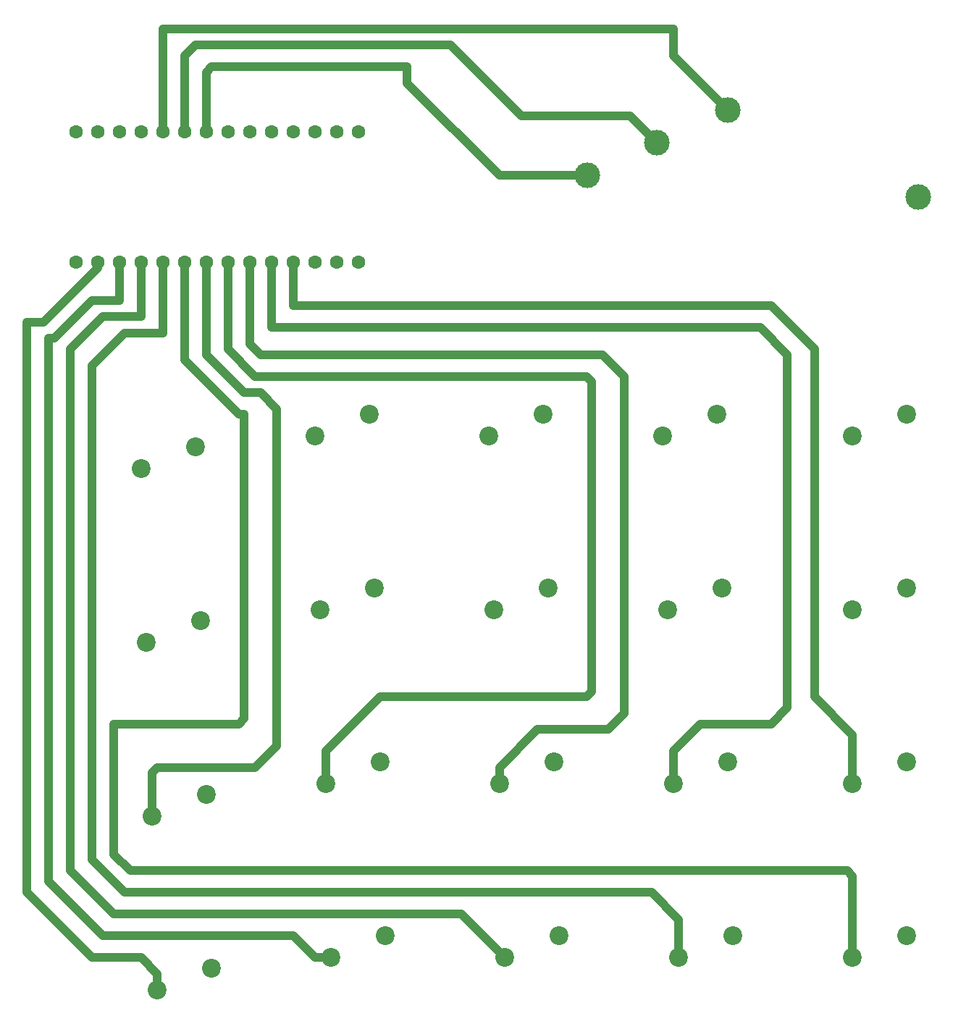
<source format=gbl>
G04 #@! TF.GenerationSoftware,KiCad,Pcbnew,(5.1.10)-1*
G04 #@! TF.CreationDate,2021-09-13T16:17:20-07:00*
G04 #@! TF.ProjectId,keyboard_pcb,6b657962-6f61-4726-945f-7063622e6b69,v0.1*
G04 #@! TF.SameCoordinates,Original*
G04 #@! TF.FileFunction,Copper,L2,Bot*
G04 #@! TF.FilePolarity,Positive*
%FSLAX46Y46*%
G04 Gerber Fmt 4.6, Leading zero omitted, Abs format (unit mm)*
G04 Created by KiCad (PCBNEW (5.1.10)-1) date 2021-09-13 16:17:20*
%MOMM*%
%LPD*%
G01*
G04 APERTURE LIST*
G04 #@! TA.AperFunction,ComponentPad*
%ADD10C,3.000000*%
G04 #@! TD*
G04 #@! TA.AperFunction,ComponentPad*
%ADD11C,1.600000*%
G04 #@! TD*
G04 #@! TA.AperFunction,ComponentPad*
%ADD12C,2.200000*%
G04 #@! TD*
G04 #@! TA.AperFunction,Conductor*
%ADD13C,1.000000*%
G04 #@! TD*
G04 APERTURE END LIST*
D10*
X153065000Y-59690000D03*
X130810000Y-49530000D03*
X122555000Y-53340000D03*
X114403274Y-57150000D03*
D11*
X87630000Y-52070000D03*
X87630000Y-67310000D03*
X85090000Y-52070000D03*
X82550000Y-52070000D03*
X80010000Y-52070000D03*
X77470000Y-52070000D03*
X74930000Y-52070000D03*
X72390000Y-52070000D03*
X69850000Y-52070000D03*
X67310000Y-52070000D03*
X64770000Y-52070000D03*
X62230000Y-52070000D03*
X59690000Y-52070000D03*
X57150000Y-52070000D03*
X54610000Y-52070000D03*
X85090000Y-67310000D03*
X82550000Y-67310000D03*
X80010000Y-67310000D03*
X77470000Y-67310000D03*
X74930000Y-67310000D03*
X72390000Y-67310000D03*
X69850000Y-67310000D03*
X67310000Y-67310000D03*
X64770000Y-67310000D03*
X62230000Y-67310000D03*
X59690000Y-67310000D03*
X57150000Y-67310000D03*
X54610000Y-67310000D03*
D12*
X145415000Y-148590000D03*
X151765000Y-146050000D03*
X145415000Y-128270000D03*
X151765000Y-125730000D03*
X145415000Y-107950000D03*
X151765000Y-105410000D03*
X145415000Y-87630000D03*
X151765000Y-85090000D03*
X125095000Y-148590000D03*
X131445000Y-146050000D03*
X124460000Y-128270000D03*
X130810000Y-125730000D03*
X123825000Y-107950000D03*
X130175000Y-105410000D03*
X123190000Y-87630000D03*
X129540000Y-85090000D03*
X104775000Y-148590000D03*
X111125000Y-146050000D03*
X104140000Y-128270000D03*
X110490000Y-125730000D03*
X103505000Y-107950000D03*
X109855000Y-105410000D03*
X102870000Y-87630000D03*
X109220000Y-85090000D03*
X84455000Y-148590000D03*
X90805000Y-146050000D03*
X83820000Y-128270000D03*
X90170000Y-125730000D03*
X83185000Y-107950000D03*
X89535000Y-105410000D03*
X82550000Y-87630000D03*
X88900000Y-85090000D03*
X64135000Y-152400000D03*
X70485000Y-149860000D03*
X63500000Y-132080000D03*
X69850000Y-129540000D03*
X62865000Y-111760000D03*
X69215000Y-109220000D03*
X62230000Y-91440000D03*
X68580000Y-88900000D03*
D13*
X75565000Y-126365000D02*
X78105000Y-123825000D01*
X64135000Y-126365000D02*
X75565000Y-126365000D01*
X63500000Y-127000000D02*
X64135000Y-126365000D01*
X63500000Y-132080000D02*
X63500000Y-127000000D01*
X78105000Y-123825000D02*
X78105000Y-84455000D01*
X78105000Y-84455000D02*
X76200000Y-82550000D01*
X76200000Y-82550000D02*
X74295000Y-82550000D01*
X69850000Y-78105000D02*
X69850000Y-67310000D01*
X74295000Y-82550000D02*
X69850000Y-78105000D01*
X57150000Y-67945000D02*
X57150000Y-67310000D01*
X50800000Y-74295000D02*
X57150000Y-67945000D01*
X48895000Y-74295000D02*
X50800000Y-74295000D01*
X48895000Y-140970000D02*
X48895000Y-74295000D01*
X56515000Y-148590000D02*
X48895000Y-140970000D01*
X64135000Y-150495000D02*
X62230000Y-148590000D01*
X62230000Y-148590000D02*
X56515000Y-148590000D01*
X64135000Y-152400000D02*
X64135000Y-150495000D01*
X114300000Y-118110000D02*
X114935000Y-117475000D01*
X90170000Y-118110000D02*
X114300000Y-118110000D01*
X83820000Y-124460000D02*
X90170000Y-118110000D01*
X83820000Y-128270000D02*
X83820000Y-124460000D01*
X114935000Y-117475000D02*
X114935000Y-81280000D01*
X114935000Y-81280000D02*
X114300000Y-80645000D01*
X114300000Y-80645000D02*
X75565000Y-80645000D01*
X72390000Y-77470000D02*
X72390000Y-67310000D01*
X75565000Y-80645000D02*
X72390000Y-77470000D01*
X51435000Y-139700000D02*
X51435000Y-76200000D01*
X57785000Y-146050000D02*
X51435000Y-139700000D01*
X80010000Y-146050000D02*
X57785000Y-146050000D01*
X82550000Y-148590000D02*
X80010000Y-146050000D01*
X84455000Y-148590000D02*
X82550000Y-148590000D01*
X51435000Y-76200000D02*
X52070000Y-76200000D01*
X52070000Y-76200000D02*
X56515000Y-71755000D01*
X56515000Y-71755000D02*
X59690000Y-71755000D01*
X59690000Y-71755000D02*
X59690000Y-67310000D01*
X116840000Y-121920000D02*
X118745000Y-120015000D01*
X108585000Y-121920000D02*
X116840000Y-121920000D01*
X104140000Y-126365000D02*
X108585000Y-121920000D01*
X104140000Y-128270000D02*
X104140000Y-126365000D01*
X118745000Y-120015000D02*
X118745000Y-80645000D01*
X118745000Y-80645000D02*
X116205000Y-78105000D01*
X116205000Y-78105000D02*
X76200000Y-78105000D01*
X74930000Y-76835000D02*
X74930000Y-67310000D01*
X76200000Y-78105000D02*
X74930000Y-76835000D01*
X53975000Y-77470000D02*
X57785000Y-73660000D01*
X53975000Y-138430000D02*
X53975000Y-77470000D01*
X59055000Y-143510000D02*
X53975000Y-138430000D01*
X99695000Y-143510000D02*
X59055000Y-143510000D01*
X104775000Y-148590000D02*
X99695000Y-143510000D01*
X57785000Y-73660000D02*
X62230000Y-73660000D01*
X62230000Y-73660000D02*
X62230000Y-67310000D01*
X137795000Y-78105000D02*
X134620000Y-74930000D01*
X137795000Y-119380000D02*
X137795000Y-78105000D01*
X135890000Y-121285000D02*
X137795000Y-119380000D01*
X127635000Y-121285000D02*
X135890000Y-121285000D01*
X124460000Y-124460000D02*
X127635000Y-121285000D01*
X124460000Y-128270000D02*
X124460000Y-124460000D01*
X134620000Y-74930000D02*
X77470000Y-74930000D01*
X77470000Y-74930000D02*
X77470000Y-67310000D01*
X125095000Y-148590000D02*
X125095000Y-144145000D01*
X125095000Y-144145000D02*
X121920000Y-140970000D01*
X121920000Y-140970000D02*
X60325000Y-140970000D01*
X60325000Y-140970000D02*
X56515000Y-137160000D01*
X56515000Y-137160000D02*
X56515000Y-79375000D01*
X56515000Y-79375000D02*
X60325000Y-75565000D01*
X60325000Y-75565000D02*
X64770000Y-75565000D01*
X64770000Y-75565000D02*
X64770000Y-67310000D01*
X145415000Y-122555000D02*
X140970000Y-118110000D01*
X145415000Y-128270000D02*
X145415000Y-122555000D01*
X140970000Y-118110000D02*
X140970000Y-77470000D01*
X140970000Y-77470000D02*
X135890000Y-72390000D01*
X135890000Y-72390000D02*
X80010000Y-72390000D01*
X80010000Y-72390000D02*
X80010000Y-67310000D01*
X145415000Y-148590000D02*
X145415000Y-139065000D01*
X145415000Y-139065000D02*
X144780000Y-138430000D01*
X144780000Y-138430000D02*
X60960000Y-138430000D01*
X60960000Y-138430000D02*
X59055000Y-136525000D01*
X59055000Y-136525000D02*
X59055000Y-121285000D01*
X59055000Y-121285000D02*
X73660000Y-121285000D01*
X73660000Y-121285000D02*
X74295000Y-120650000D01*
X74295000Y-120650000D02*
X74295000Y-85090000D01*
X74295000Y-85090000D02*
X73660000Y-85090000D01*
X67310000Y-78740000D02*
X67310000Y-67310000D01*
X73660000Y-85090000D02*
X67310000Y-78740000D01*
X113768274Y-57785000D02*
X114403274Y-57150000D01*
X93345000Y-46355000D02*
X93345000Y-44450000D01*
X104140000Y-57150000D02*
X93345000Y-46355000D01*
X114403274Y-57150000D02*
X104140000Y-57150000D01*
X93345000Y-44450000D02*
X70485000Y-44450000D01*
X69850000Y-45085000D02*
X69850000Y-52070000D01*
X70485000Y-44450000D02*
X69850000Y-45085000D01*
X98425000Y-41910000D02*
X106680000Y-50165000D01*
X119380000Y-50165000D02*
X122555000Y-53340000D01*
X106680000Y-50165000D02*
X119380000Y-50165000D01*
X98425000Y-41910000D02*
X68580000Y-41910000D01*
X67310000Y-43180000D02*
X67310000Y-52070000D01*
X68580000Y-41910000D02*
X67310000Y-43180000D01*
X130175000Y-49530000D02*
X130810000Y-50165000D01*
X130175000Y-48895000D02*
X130810000Y-49530000D01*
X124460000Y-43180000D02*
X130810000Y-49530000D01*
X124460000Y-40005000D02*
X124460000Y-43180000D01*
X124460000Y-40005000D02*
X64770000Y-40005000D01*
X64770000Y-40005000D02*
X64770000Y-52070000D01*
M02*

</source>
